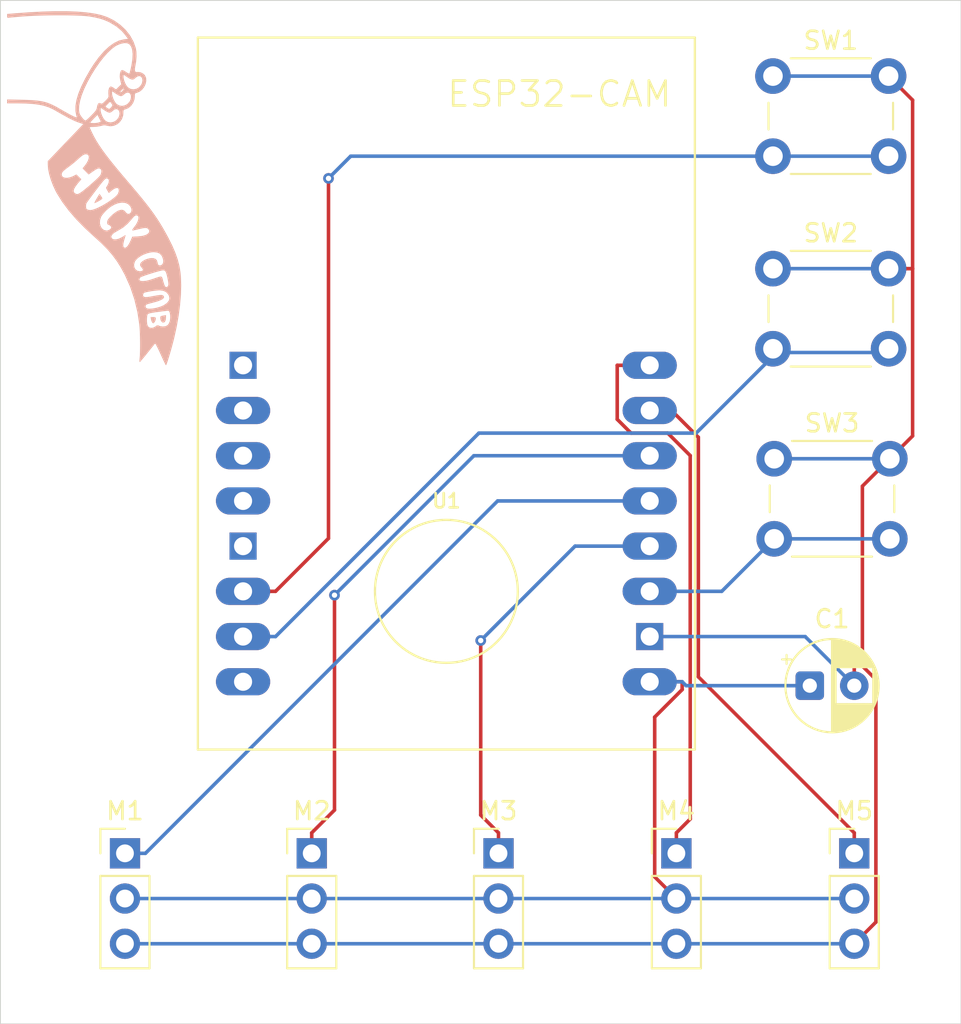
<source format=kicad_pcb>
(kicad_pcb (version 20241229) (generator "pcbnew") (generator_version "9.0")
  (layers (0 "F.Cu" signal) (2 "B.Cu" signal) (13 "F.Paste" user) (15 "B.Paste" user) (5 "F.SilkS" user "F.Silkscreen") (7 "B.SilkS" user "B.Silkscreen") (1 "F.Mask" user) (3 "B.Mask" user) (25 "Edge.Cuts" user))
  (net 0 "")
  (net 1 "Net-(SW1-B)")
  (net 4 "GND")
  (net 5 "+5V")
  (net 6 "Net-(SW2-B)")
  (net 8 "Net-(SW3-B)")
  (net 11 "Net-(M3-PWM)")
  (net 12 "Net-(M1-PWM)")
  (net 14 "Net-(M5-PWM)")
  (net 15 "Net-(M2-PWM)")
  (net 16 "Net-(M4-PWM)")
  (footprint "Button_Switch_THT:SW_PUSH_6mm_H5mm" (layer "F.Cu") (at 166.93 71.25)
    (property "Reference" "SW1" (at 3.25 -2 0) (layer "F.SilkS"))
    (property "Value" "SW_SPST")
    (pad "1" thru_hole circle (at 0 0 90) (size 2 2) (drill 1.1) (layers "*.Cu" "*.Mask") (net 4 "GND"))
    (pad "1" thru_hole circle (at 6.5 0 90) (size 2 2) (drill 1.1) (layers "*.Cu" "*.Mask") (net 4 "GND"))
    (pad "2" thru_hole circle (at 0 4.5 90) (size 2 2) (drill 1.1) (layers "*.Cu" "*.Mask") (net 1 "Net-(SW1-B)"))
    (pad "2" thru_hole circle (at 6.5 4.5 90) (size 2 2) (drill 1.1) (layers "*.Cu" "*.Mask") (net 1 "Net-(SW1-B)"))
  )
  (footprint "ESP32-CAM:ESP32-CAM" (layer "F.Cu") (at 148.57 95.12)
    (property "Reference" "U1" (at 0 0 0) (layer "F.SilkS") (effects (font (size 0.8 0.787402))))
    (property "Value" "ESP32-CAM")
    (fp_text user "ESP32-CAM" (at 6.35 -22.86 0) (layer "F.SilkS") (effects (font (size 1.4 1.4))))
    (pad "P$1" thru_hole rect (at -11.43 -7.62) (size 1.524 1.524) (drill 1.016) (layers "*.Cu" "*.Mask"))
    (pad "P$2" thru_hole oval (at -11.43 -5.08) (size 3.048 1.524) (drill 1.016) (layers "*.Cu" "*.Mask"))
    (pad "P$3" thru_hole oval (at -11.43 -2.54) (size 3.048 1.524) (drill 1.016) (layers "*.Cu" "*.Mask"))
    (pad "P$4" thru_hole oval (at -11.43 0) (size 3.048 1.524) (drill 1.016) (layers "*.Cu" "*.Mask"))
    (pad "P$5" thru_hole rect (at -11.43 2.54) (size 1.524 1.524) (drill 1.016) (layers "*.Cu" "*.Mask"))
    (pad "P$6" thru_hole oval (at -11.43 5.08) (size 3.048 1.524) (drill 1.016) (layers "*.Cu" "*.Mask") (net 1 "Net-(SW1-B)"))
    (pad "P$7" thru_hole oval (at -11.43 7.62) (size 3.048 1.524) (drill 1.016) (layers "*.Cu" "*.Mask") (net 6 "Net-(SW2-B)"))
    (pad "P$8" thru_hole oval (at -11.43 10.16) (size 3.048 1.524) (drill 1.016) (layers "*.Cu" "*.Mask"))
    (pad "P$9" thru_hole oval (at 11.43 10.16) (size 3.048 1.524) (drill 1.016) (layers "*.Cu" "*.Mask") (net 5 "+5V"))
    (pad "P$10" thru_hole rect (at 11.43 7.62) (size 1.524 1.524) (drill 1.016) (layers "*.Cu" "*.Mask") (net 4 "GND"))
    (pad "P$11" thru_hole oval (at 11.43 5.08) (size 3.048 1.524) (drill 1.016) (layers "*.Cu" "*.Mask") (net 8 "Net-(SW3-B)"))
    (pad "P$12" thru_hole oval (at 11.43 2.54) (size 3.048 1.524) (drill 1.016) (layers "*.Cu" "*.Mask") (net 11 "Net-(M3-PWM)"))
    (pad "P$13" thru_hole oval (at 11.43 0) (size 3.048 1.524) (drill 1.016) (layers "*.Cu" "*.Mask") (net 12 "Net-(M1-PWM)"))
    (pad "P$14" thru_hole oval (at 11.43 -2.54) (size 3.048 1.524) (drill 1.016) (layers "*.Cu" "*.Mask") (net 15 "Net-(M2-PWM)"))
    (pad "P$15" thru_hole oval (at 11.43 -5.08) (size 3.048 1.524) (drill 1.016) (layers "*.Cu" "*.Mask") (net 14 "Net-(M5-PWM)"))
    (pad "P$16" thru_hole oval (at 11.43 -7.62) (size 3.048 1.524) (drill 1.016) (layers "*.Cu" "*.Mask") (net 16 "Net-(M4-PWM)"))
  )
  (footprint "Capacitor_THT:CP_Radial_D5.0mm_P2.50mm" (layer "F.Cu") (at 169 105.5)
    (property "Reference" "C1" (at 1.25 -3.75 0) (layer "F.SilkS"))
    (property "Value" "C_Polarized")
    (pad "1" thru_hole roundrect (at 0 0) (size 1.6 1.6) (drill 0.8) (layers "*.Cu" "*.Mask") (roundrect_rratio 0.15625) (net 5 "+5V"))
    (pad "2" thru_hole circle (at 2.5 0) (size 1.6 1.6) (drill 0.8) (layers "*.Cu" "*.Mask") (net 4 "GND"))
  )
  (footprint "Connector_PinHeader_2.54mm:PinHeader_1x03_P2.54mm_Vertical" (layer "F.Cu") (at 171.5 114.92)
    (property "Reference" "M5" (at 0 -2.38 0) (layer "F.SilkS"))
    (property "Value" "Motor_Servo")
    (pad "1" thru_hole rect (at 0 0) (size 1.7 1.7) (drill 1) (layers "*.Cu" "*.Mask") (net 14 "Net-(M5-PWM)"))
    (pad "2" thru_hole circle (at 0 2.54) (size 1.7 1.7) (drill 1) (layers "*.Cu" "*.Mask") (net 5 "+5V"))
    (pad "3" thru_hole circle (at 0 5.08) (size 1.7 1.7) (drill 1) (layers "*.Cu" "*.Mask") (net 4 "GND"))
  )
  (footprint "Connector_PinHeader_2.54mm:PinHeader_1x03_P2.54mm_Vertical" (layer "F.Cu") (at 161.5 114.92)
    (property "Reference" "M4" (at 0 -2.38 0) (layer "F.SilkS"))
    (property "Value" "Motor_Servo")
    (pad "1" thru_hole rect (at 0 0) (size 1.7 1.7) (drill 1) (layers "*.Cu" "*.Mask") (net 16 "Net-(M4-PWM)"))
    (pad "2" thru_hole circle (at 0 2.54) (size 1.7 1.7) (drill 1) (layers "*.Cu" "*.Mask") (net 5 "+5V"))
    (pad "3" thru_hole circle (at 0 5.08) (size 1.7 1.7) (drill 1) (layers "*.Cu" "*.Mask") (net 4 "GND"))
  )
  (footprint "Button_Switch_THT:SW_PUSH_6mm_H5mm" (layer "F.Cu") (at 167 92.75)
    (property "Reference" "SW3" (at 3.25 -2 0) (layer "F.SilkS"))
    (property "Value" "SW_SPST")
    (pad "1" thru_hole circle (at 0 0 90) (size 2 2) (drill 1.1) (layers "*.Cu" "*.Mask") (net 4 "GND"))
    (pad "1" thru_hole circle (at 6.5 0 90) (size 2 2) (drill 1.1) (layers "*.Cu" "*.Mask") (net 4 "GND"))
    (pad "2" thru_hole circle (at 0 4.5 90) (size 2 2) (drill 1.1) (layers "*.Cu" "*.Mask") (net 8 "Net-(SW3-B)"))
    (pad "2" thru_hole circle (at 6.5 4.5 90) (size 2 2) (drill 1.1) (layers "*.Cu" "*.Mask") (net 8 "Net-(SW3-B)"))
  )
  (footprint "Button_Switch_THT:SW_PUSH_6mm_H5mm" (layer "F.Cu") (at 166.93 82.07)
    (property "Reference" "SW2" (at 3.25 -2 0) (layer "F.SilkS"))
    (property "Value" "SW_SPST")
    (pad "1" thru_hole circle (at 0 0 90) (size 2 2) (drill 1.1) (layers "*.Cu" "*.Mask") (net 4 "GND"))
    (pad "1" thru_hole circle (at 6.5 0 90) (size 2 2) (drill 1.1) (layers "*.Cu" "*.Mask") (net 4 "GND"))
    (pad "2" thru_hole circle (at 0 4.5 90) (size 2 2) (drill 1.1) (layers "*.Cu" "*.Mask") (net 6 "Net-(SW2-B)"))
    (pad "2" thru_hole circle (at 6.5 4.5 90) (size 2 2) (drill 1.1) (layers "*.Cu" "*.Mask") (net 6 "Net-(SW2-B)"))
  )
  (footprint "Connector_PinHeader_2.54mm:PinHeader_1x03_P2.54mm_Vertical" (layer "F.Cu") (at 130.5 114.92)
    (property "Reference" "M1" (at 0 -2.38 0) (layer "F.SilkS"))
    (property "Value" "Motor_Servo")
    (pad "1" thru_hole rect (at 0 0) (size 1.7 1.7) (drill 1) (layers "*.Cu" "*.Mask") (net 12 "Net-(M1-PWM)"))
    (pad "2" thru_hole circle (at 0 2.54) (size 1.7 1.7) (drill 1) (layers "*.Cu" "*.Mask") (net 5 "+5V"))
    (pad "3" thru_hole circle (at 0 5.08) (size 1.7 1.7) (drill 1) (layers "*.Cu" "*.Mask") (net 4 "GND"))
  )
  (footprint "Connector_PinHeader_2.54mm:PinHeader_1x03_P2.54mm_Vertical" (layer "F.Cu") (at 141 114.92)
    (property "Reference" "M2" (at 0 -2.38 0) (layer "F.SilkS"))
    (property "Value" "Motor_Servo")
    (pad "1" thru_hole rect (at 0 0) (size 1.7 1.7) (drill 1) (layers "*.Cu" "*.Mask") (net 15 "Net-(M2-PWM)"))
    (pad "2" thru_hole circle (at 0 2.54) (size 1.7 1.7) (drill 1) (layers "*.Cu" "*.Mask") (net 5 "+5V"))
    (pad "3" thru_hole circle (at 0 5.08) (size 1.7 1.7) (drill 1) (layers "*.Cu" "*.Mask") (net 4 "GND"))
  )
  (footprint "Connector_PinHeader_2.54mm:PinHeader_1x03_P2.54mm_Vertical" (layer "F.Cu") (at 151.5 114.92)
    (property "Reference" "M3" (at 0 -2.38 0) (layer "F.SilkS"))
    (property "Value" "Motor_Servo")
    (pad "1" thru_hole rect (at 0 0) (size 1.7 1.7) (drill 1) (layers "*.Cu" "*.Mask") (net 11 "Net-(M3-PWM)"))
    (pad "2" thru_hole circle (at 0 2.54) (size 1.7 1.7) (drill 1) (layers "*.Cu" "*.Mask") (net 5 "+5V"))
    (pad "3" thru_hole circle (at 0 5.08) (size 1.7 1.7) (drill 1) (layers "*.Cu" "*.Mask") (net 4 "GND"))
  )
  (footprint "LOGO" (layer "B.Cu") (at 129.5 77.5 -90)
    (property "Reference" "G***" (hide yes))
    (property "Value" "LOGO" (hide yes))
  )
  (gr_rect (start 123.5 67) (end 177.5 124.5) (stroke (width 0.05)) (fill no) (layer "Edge.Cuts"))
  (segment (start 137.14 100.2) (end 138.9657 100.2) (width 0.2) (layer "F.Cu") (net 1))
  (segment (start 141.9426 76.9975) (end 141.9426 97.2231) (width 0.2) (layer "F.Cu") (net 1))
  (segment (start 141.9426 97.2231) (end 138.9657 100.2) (width 0.2) (layer "F.Cu") (net 1))
  (via (at 141.9426 76.9975) (size 0.6) (drill 0.3) (layers "F.Cu" "B.Cu") (net 1))
  (segment (start 166.93 75.75) (end 143.1901 75.75) (width 0.2) (layer "B.Cu") (net 1))
  (segment (start 143.1901 75.75) (end 141.9426 76.9975) (width 0.2) (layer "B.Cu") (net 1))
  (segment (start 173.43 75.75) (end 166.93 75.75) (width 0.2) (layer "B.Cu") (net 1))
  (segment (start 174.7793 72.5993) (end 173.43 71.25) (width 0.2) (layer "F.Cu") (net 4))
  (segment (start 171.9561 104.3953) (end 172.7161 105.1553) (width 0.2) (layer "F.Cu") (net 4))
  (segment (start 171.5 104.3953) (end 171.9561 104.3953) (width 0.2) (layer "F.Cu") (net 4))
  (segment (start 174.7793 82.07) (end 173.43 82.07) (width 0.2) (layer "F.Cu") (net 4))
  (segment (start 171.9561 94.2939) (end 171.9561 104.3953) (width 0.2) (layer "F.Cu") (net 4))
  (segment (start 171.5 104.3953) (end 171.5 105.5) (width 0.2) (layer "F.Cu") (net 4))
  (segment (start 172.7161 118.7839) (end 171.5 120) (width 0.2) (layer "F.Cu") (net 4))
  (segment (start 174.7793 82.07) (end 174.7793 91.4707) (width 0.2) (layer "F.Cu") (net 4))
  (segment (start 174.7793 91.4707) (end 173.5 92.75) (width 0.2) (layer "F.Cu") (net 4))
  (segment (start 172.7161 105.1553) (end 172.7161 118.7839) (width 0.2) (layer "F.Cu") (net 4))
  (segment (start 174.7793 82.07) (end 174.7793 72.5993) (width 0.2) (layer "F.Cu") (net 4))
  (segment (start 173.5 92.75) (end 171.9561 94.2939) (width 0.2) (layer "F.Cu") (net 4))
  (segment (start 173.43 71.25) (end 166.93 71.25) (width 0.2) (layer "B.Cu") (net 4))
  (segment (start 168.74 102.74) (end 160 102.74) (width 0.2) (layer "B.Cu") (net 4))
  (segment (start 171.5 105.5) (end 168.74 102.74) (width 0.2) (layer "B.Cu") (net 4))
  (segment (start 173.43 82.07) (end 166.93 82.07) (width 0.2) (layer "B.Cu") (net 4))
  (segment (start 141 120) (end 151.5 120) (width 0.2) (layer "B.Cu") (net 4))
  (segment (start 151.5 120) (end 161.5 120) (width 0.2) (layer "B.Cu") (net 4))
  (segment (start 173.5 92.75) (end 167 92.75) (width 0.2) (layer "B.Cu") (net 4))
  (segment (start 171.5 120) (end 161.5 120) (width 0.2) (layer "B.Cu") (net 4))
  (segment (start 130.5 120) (end 141 120) (width 0.2) (layer "B.Cu") (net 4))
  (segment (start 160.2812 107.2651) (end 160.2812 116.2412) (width 0.2) (layer "F.Cu") (net 5))
  (segment (start 161.8257 105.7206) (end 160.2812 107.2651) (width 0.2) (layer "F.Cu") (net 5))
  (segment (start 161.8257 105.28) (end 161.8257 105.7206) (width 0.2) (layer "F.Cu") (net 5))
  (segment (start 160.2812 116.2412) (end 161.5 117.46) (width 0.2) (layer "F.Cu") (net 5))
  (segment (start 160 105.28) (end 161.8257 105.28) (width 0.2) (layer "F.Cu") (net 5))
  (segment (start 130.5 117.46) (end 141 117.46) (width 0.2) (layer "B.Cu") (net 5))
  (segment (start 151.5 117.46) (end 161.5 117.46) (width 0.2) (layer "B.Cu") (net 5))
  (segment (start 162.0457 105.5) (end 161.8257 105.28) (width 0.2) (layer "B.Cu") (net 5))
  (segment (start 151.5 117.46) (end 141 117.46) (width 0.2) (layer "B.Cu") (net 5))
  (segment (start 169 105.5) (end 162.0457 105.5) (width 0.2) (layer "B.Cu") (net 5))
  (segment (start 160 105.28) (end 161.8257 105.28) (width 0.2) (layer "B.Cu") (net 5))
  (segment (start 171.5 117.46) (end 161.5 117.46) (width 0.2) (layer "B.Cu") (net 5))
  (segment (start 166.93 86.9897) (end 166.93 86.7798) (width 0.2) (layer "B.Cu") (net 6))
  (segment (start 166.93 86.7798) (end 166.93 86.57) (width 0.2) (layer "B.Cu") (net 6))
  (segment (start 150.3957 91.31) (end 162.6097 91.31) (width 0.2) (layer "B.Cu") (net 6))
  (segment (start 166.93 86.7798) (end 173.2202 86.7798) (width 0.2) (layer "B.Cu") (net 6))
  (segment (start 137.14 102.74) (end 138.9657 102.74) (width 0.2) (layer "B.Cu") (net 6))
  (segment (start 173.2202 86.7798) (end 173.43 86.57) (width 0.2) (layer "B.Cu") (net 6))
  (segment (start 138.9657 102.74) (end 150.3957 91.31) (width 0.2) (layer "B.Cu") (net 6))
  (segment (start 162.6097 91.31) (end 166.93 86.9897) (width 0.2) (layer "B.Cu") (net 6))
  (segment (start 164.05 100.2) (end 167 97.25) (width 0.2) (layer "B.Cu") (net 8))
  (segment (start 160 100.2) (end 164.05 100.2) (width 0.2) (layer "B.Cu") (net 8))
  (segment (start 167 97.25) (end 173.5 97.25) (width 0.2) (layer "B.Cu") (net 8))
  (segment (start 151.5 114.92) (end 151.5 113.7683) (width 0.2) (layer "F.Cu") (net 11))
  (segment (start 150.5007 112.769) (end 151.5 113.7683) (width 0.2) (layer "F.Cu") (net 11))
  (segment (start 150.5007 102.9625) (end 150.5007 112.769) (width 0.2) (layer "F.Cu") (net 11))
  (via (at 150.5007 102.9625) (size 0.6) (drill 0.3) (layers "F.Cu" "B.Cu") (net 11))
  (segment (start 160 97.66) (end 155.8032 97.66) (width 0.2) (layer "B.Cu") (net 11))
  (segment (start 155.8032 97.66) (end 150.5007 102.9625) (width 0.2) (layer "B.Cu") (net 11))
  (segment (start 130.5 114.92) (end 131.6517 114.92) (width 0.2) (layer "B.Cu") (net 12))
  (segment (start 131.6517 114.92) (end 151.4517 95.12) (width 0.2) (layer "B.Cu") (net 12))
  (segment (start 151.4517 95.12) (end 160 95.12) (width 0.2) (layer "B.Cu") (net 12))
  (segment (start 160.142 90.1648) (end 161.355 90.1648) (width 0.2) (layer "F.Cu") (net 14))
  (segment (start 159.93 89.9525) (end 160.036 90.0586) (width 0.2) (layer "F.Cu") (net 14))
  (segment (start 160.0174 90.04) (end 160.036 90.0586) (width 0.2) (layer "F.Cu") (net 14))
  (segment (start 162.7363 105.0046) (end 162.7363 91.5461) (width 0.2) (layer "F.Cu") (net 14))
  (segment (start 171.5 113.7683) (end 162.7363 105.0046) (width 0.2) (layer "F.Cu") (net 14))
  (segment (start 160.036 90.0586) (end 160.142 90.1648) (width 0.2) (layer "F.Cu") (net 14))
  (segment (start 171.5 114.92) (end 171.5 113.7683) (width 0.2) (layer "F.Cu") (net 14))
  (segment (start 162.7363 91.5461) (end 161.355 90.1648) (width 0.2) (layer "F.Cu") (net 14))
  (segment (start 160 90.04) (end 160.0174 90.04) (width 0.2) (layer "F.Cu") (net 14))
  (segment (start 142.2795 100.4145) (end 142.2795 112.4888) (width 0.2) (layer "F.Cu") (net 15))
  (segment (start 142.2795 112.4888) (end 141 113.7683) (width 0.2) (layer "F.Cu") (net 15))
  (segment (start 141 114.92) (end 141 113.7683) (width 0.2) (layer "F.Cu") (net 15))
  (via (at 142.2795 100.4145) (size 0.6) (drill 0.3) (layers "F.Cu" "B.Cu") (net 15))
  (segment (start 160 92.58) (end 150.114 92.58) (width 0.2) (layer "B.Cu") (net 15))
  (segment (start 150.114 92.58) (end 142.2795 100.4145) (width 0.2) (layer "B.Cu") (net 15))
  (segment (start 161.5 114.92) (end 161.5 113.7683) (width 0.2) (layer "F.Cu") (net 16))
  (segment (start 162.2791 112.9892) (end 161.5 113.7683) (width 0.2) (layer "F.Cu") (net 16))
  (segment (start 158.1743 87.5) (end 158.1743 90.5342) (width 0.2) (layer "F.Cu") (net 16))
  (segment (start 158.1743 90.5342) (end 158.9501 91.31) (width 0.2) (layer "F.Cu") (net 16))
  (segment (start 161.0159 91.31) (end 162.2791 92.5732) (width 0.2) (layer "F.Cu") (net 16))
  (segment (start 160 87.5) (end 158.1743 87.5) (width 0.2) (layer "F.Cu") (net 16))
  (segment (start 158.9501 91.31) (end 161.0159 91.31) (width 0.2) (layer "F.Cu") (net 16))
  (segment (start 162.2791 92.5732) (end 162.2791 112.9892) (width 0.2) (layer "F.Cu") (net 16))
)
</source>
